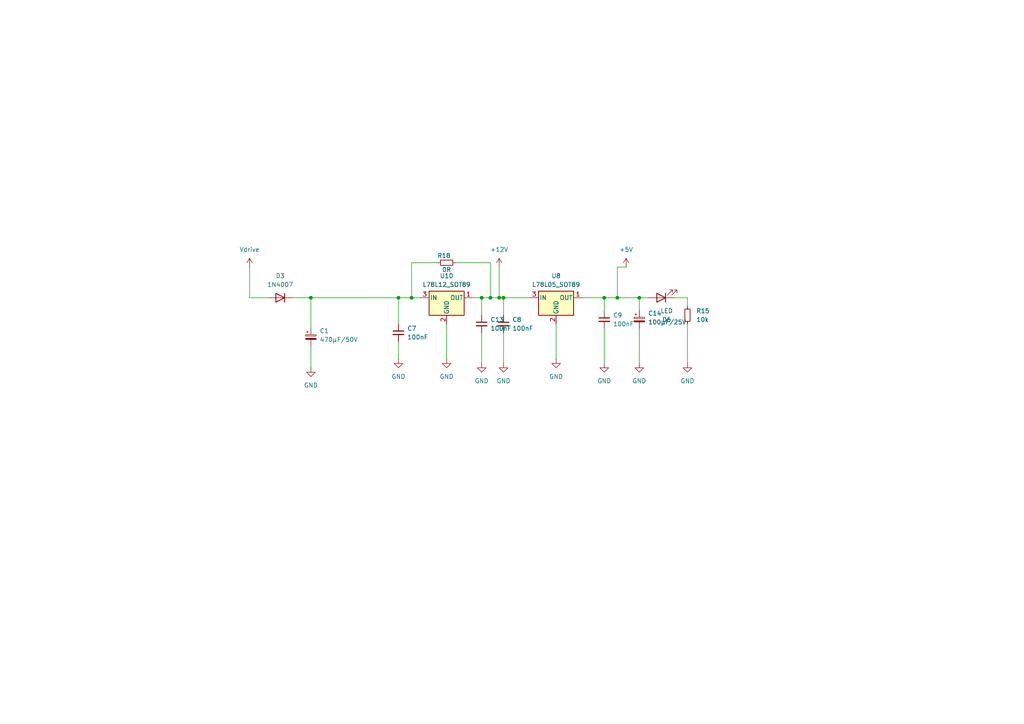
<source format=kicad_sch>
(kicad_sch
	(version 20250114)
	(generator "eeschema")
	(generator_version "9.0")
	(uuid "5e11737a-973f-4fc3-b3fd-fbd110dc82ef")
	(paper "A4")
	(lib_symbols
		(symbol "Device:C_Polarized_Small"
			(pin_numbers
				(hide yes)
			)
			(pin_names
				(offset 0.254)
				(hide yes)
			)
			(exclude_from_sim no)
			(in_bom yes)
			(on_board yes)
			(property "Reference" "C"
				(at 0.254 1.778 0)
				(effects
					(font
						(size 1.27 1.27)
					)
					(justify left)
				)
			)
			(property "Value" "C_Polarized_Small"
				(at 0.254 -2.032 0)
				(effects
					(font
						(size 1.27 1.27)
					)
					(justify left)
				)
			)
			(property "Footprint" ""
				(at 0 0 0)
				(effects
					(font
						(size 1.27 1.27)
					)
					(hide yes)
				)
			)
			(property "Datasheet" "~"
				(at 0 0 0)
				(effects
					(font
						(size 1.27 1.27)
					)
					(hide yes)
				)
			)
			(property "Description" "Polarized capacitor, small symbol"
				(at 0 0 0)
				(effects
					(font
						(size 1.27 1.27)
					)
					(hide yes)
				)
			)
			(property "ki_keywords" "cap capacitor"
				(at 0 0 0)
				(effects
					(font
						(size 1.27 1.27)
					)
					(hide yes)
				)
			)
			(property "ki_fp_filters" "CP_*"
				(at 0 0 0)
				(effects
					(font
						(size 1.27 1.27)
					)
					(hide yes)
				)
			)
			(symbol "C_Polarized_Small_0_1"
				(rectangle
					(start -1.524 0.6858)
					(end 1.524 0.3048)
					(stroke
						(width 0)
						(type default)
					)
					(fill
						(type none)
					)
				)
				(rectangle
					(start -1.524 -0.3048)
					(end 1.524 -0.6858)
					(stroke
						(width 0)
						(type default)
					)
					(fill
						(type outline)
					)
				)
				(polyline
					(pts
						(xy -1.27 1.524) (xy -0.762 1.524)
					)
					(stroke
						(width 0)
						(type default)
					)
					(fill
						(type none)
					)
				)
				(polyline
					(pts
						(xy -1.016 1.27) (xy -1.016 1.778)
					)
					(stroke
						(width 0)
						(type default)
					)
					(fill
						(type none)
					)
				)
			)
			(symbol "C_Polarized_Small_1_1"
				(pin passive line
					(at 0 2.54 270)
					(length 1.8542)
					(name "~"
						(effects
							(font
								(size 1.27 1.27)
							)
						)
					)
					(number "1"
						(effects
							(font
								(size 1.27 1.27)
							)
						)
					)
				)
				(pin passive line
					(at 0 -2.54 90)
					(length 1.8542)
					(name "~"
						(effects
							(font
								(size 1.27 1.27)
							)
						)
					)
					(number "2"
						(effects
							(font
								(size 1.27 1.27)
							)
						)
					)
				)
			)
			(embedded_fonts no)
		)
		(symbol "Device:C_Small"
			(pin_numbers
				(hide yes)
			)
			(pin_names
				(offset 0.254)
				(hide yes)
			)
			(exclude_from_sim no)
			(in_bom yes)
			(on_board yes)
			(property "Reference" "C"
				(at 0.254 1.778 0)
				(effects
					(font
						(size 1.27 1.27)
					)
					(justify left)
				)
			)
			(property "Value" "C_Small"
				(at 0.254 -2.032 0)
				(effects
					(font
						(size 1.27 1.27)
					)
					(justify left)
				)
			)
			(property "Footprint" ""
				(at 0 0 0)
				(effects
					(font
						(size 1.27 1.27)
					)
					(hide yes)
				)
			)
			(property "Datasheet" "~"
				(at 0 0 0)
				(effects
					(font
						(size 1.27 1.27)
					)
					(hide yes)
				)
			)
			(property "Description" "Unpolarized capacitor, small symbol"
				(at 0 0 0)
				(effects
					(font
						(size 1.27 1.27)
					)
					(hide yes)
				)
			)
			(property "ki_keywords" "capacitor cap"
				(at 0 0 0)
				(effects
					(font
						(size 1.27 1.27)
					)
					(hide yes)
				)
			)
			(property "ki_fp_filters" "C_*"
				(at 0 0 0)
				(effects
					(font
						(size 1.27 1.27)
					)
					(hide yes)
				)
			)
			(symbol "C_Small_0_1"
				(polyline
					(pts
						(xy -1.524 0.508) (xy 1.524 0.508)
					)
					(stroke
						(width 0.3048)
						(type default)
					)
					(fill
						(type none)
					)
				)
				(polyline
					(pts
						(xy -1.524 -0.508) (xy 1.524 -0.508)
					)
					(stroke
						(width 0.3302)
						(type default)
					)
					(fill
						(type none)
					)
				)
			)
			(symbol "C_Small_1_1"
				(pin passive line
					(at 0 2.54 270)
					(length 2.032)
					(name "~"
						(effects
							(font
								(size 1.27 1.27)
							)
						)
					)
					(number "1"
						(effects
							(font
								(size 1.27 1.27)
							)
						)
					)
				)
				(pin passive line
					(at 0 -2.54 90)
					(length 2.032)
					(name "~"
						(effects
							(font
								(size 1.27 1.27)
							)
						)
					)
					(number "2"
						(effects
							(font
								(size 1.27 1.27)
							)
						)
					)
				)
			)
			(embedded_fonts no)
		)
		(symbol "Device:LED"
			(pin_numbers
				(hide yes)
			)
			(pin_names
				(offset 1.016)
				(hide yes)
			)
			(exclude_from_sim no)
			(in_bom yes)
			(on_board yes)
			(property "Reference" "D"
				(at 0 2.54 0)
				(effects
					(font
						(size 1.27 1.27)
					)
				)
			)
			(property "Value" "LED"
				(at 0 -2.54 0)
				(effects
					(font
						(size 1.27 1.27)
					)
				)
			)
			(property "Footprint" ""
				(at 0 0 0)
				(effects
					(font
						(size 1.27 1.27)
					)
					(hide yes)
				)
			)
			(property "Datasheet" "~"
				(at 0 0 0)
				(effects
					(font
						(size 1.27 1.27)
					)
					(hide yes)
				)
			)
			(property "Description" "Light emitting diode"
				(at 0 0 0)
				(effects
					(font
						(size 1.27 1.27)
					)
					(hide yes)
				)
			)
			(property "Sim.Pins" "1=K 2=A"
				(at 0 0 0)
				(effects
					(font
						(size 1.27 1.27)
					)
					(hide yes)
				)
			)
			(property "ki_keywords" "LED diode"
				(at 0 0 0)
				(effects
					(font
						(size 1.27 1.27)
					)
					(hide yes)
				)
			)
			(property "ki_fp_filters" "LED* LED_SMD:* LED_THT:*"
				(at 0 0 0)
				(effects
					(font
						(size 1.27 1.27)
					)
					(hide yes)
				)
			)
			(symbol "LED_0_1"
				(polyline
					(pts
						(xy -3.048 -0.762) (xy -4.572 -2.286) (xy -3.81 -2.286) (xy -4.572 -2.286) (xy -4.572 -1.524)
					)
					(stroke
						(width 0)
						(type default)
					)
					(fill
						(type none)
					)
				)
				(polyline
					(pts
						(xy -1.778 -0.762) (xy -3.302 -2.286) (xy -2.54 -2.286) (xy -3.302 -2.286) (xy -3.302 -1.524)
					)
					(stroke
						(width 0)
						(type default)
					)
					(fill
						(type none)
					)
				)
				(polyline
					(pts
						(xy -1.27 0) (xy 1.27 0)
					)
					(stroke
						(width 0)
						(type default)
					)
					(fill
						(type none)
					)
				)
				(polyline
					(pts
						(xy -1.27 -1.27) (xy -1.27 1.27)
					)
					(stroke
						(width 0.254)
						(type default)
					)
					(fill
						(type none)
					)
				)
				(polyline
					(pts
						(xy 1.27 -1.27) (xy 1.27 1.27) (xy -1.27 0) (xy 1.27 -1.27)
					)
					(stroke
						(width 0.254)
						(type default)
					)
					(fill
						(type none)
					)
				)
			)
			(symbol "LED_1_1"
				(pin passive line
					(at -3.81 0 0)
					(length 2.54)
					(name "K"
						(effects
							(font
								(size 1.27 1.27)
							)
						)
					)
					(number "1"
						(effects
							(font
								(size 1.27 1.27)
							)
						)
					)
				)
				(pin passive line
					(at 3.81 0 180)
					(length 2.54)
					(name "A"
						(effects
							(font
								(size 1.27 1.27)
							)
						)
					)
					(number "2"
						(effects
							(font
								(size 1.27 1.27)
							)
						)
					)
				)
			)
			(embedded_fonts no)
		)
		(symbol "Device:R_Small"
			(pin_numbers
				(hide yes)
			)
			(pin_names
				(offset 0.254)
				(hide yes)
			)
			(exclude_from_sim no)
			(in_bom yes)
			(on_board yes)
			(property "Reference" "R"
				(at 0.762 0.508 0)
				(effects
					(font
						(size 1.27 1.27)
					)
					(justify left)
				)
			)
			(property "Value" "R_Small"
				(at 0.762 -1.016 0)
				(effects
					(font
						(size 1.27 1.27)
					)
					(justify left)
				)
			)
			(property "Footprint" ""
				(at 0 0 0)
				(effects
					(font
						(size 1.27 1.27)
					)
					(hide yes)
				)
			)
			(property "Datasheet" "~"
				(at 0 0 0)
				(effects
					(font
						(size 1.27 1.27)
					)
					(hide yes)
				)
			)
			(property "Description" "Resistor, small symbol"
				(at 0 0 0)
				(effects
					(font
						(size 1.27 1.27)
					)
					(hide yes)
				)
			)
			(property "ki_keywords" "R resistor"
				(at 0 0 0)
				(effects
					(font
						(size 1.27 1.27)
					)
					(hide yes)
				)
			)
			(property "ki_fp_filters" "R_*"
				(at 0 0 0)
				(effects
					(font
						(size 1.27 1.27)
					)
					(hide yes)
				)
			)
			(symbol "R_Small_0_1"
				(rectangle
					(start -0.762 1.778)
					(end 0.762 -1.778)
					(stroke
						(width 0.2032)
						(type default)
					)
					(fill
						(type none)
					)
				)
			)
			(symbol "R_Small_1_1"
				(pin passive line
					(at 0 2.54 270)
					(length 0.762)
					(name "~"
						(effects
							(font
								(size 1.27 1.27)
							)
						)
					)
					(number "1"
						(effects
							(font
								(size 1.27 1.27)
							)
						)
					)
				)
				(pin passive line
					(at 0 -2.54 90)
					(length 0.762)
					(name "~"
						(effects
							(font
								(size 1.27 1.27)
							)
						)
					)
					(number "2"
						(effects
							(font
								(size 1.27 1.27)
							)
						)
					)
				)
			)
			(embedded_fonts no)
		)
		(symbol "Diode:1N4007"
			(pin_numbers
				(hide yes)
			)
			(pin_names
				(hide yes)
			)
			(exclude_from_sim no)
			(in_bom yes)
			(on_board yes)
			(property "Reference" "D"
				(at 0 2.54 0)
				(effects
					(font
						(size 1.27 1.27)
					)
				)
			)
			(property "Value" "1N4007"
				(at 0 -2.54 0)
				(effects
					(font
						(size 1.27 1.27)
					)
				)
			)
			(property "Footprint" "Diode_THT:D_DO-41_SOD81_P10.16mm_Horizontal"
				(at 0 -4.445 0)
				(effects
					(font
						(size 1.27 1.27)
					)
					(hide yes)
				)
			)
			(property "Datasheet" "http://www.vishay.com/docs/88503/1n4001.pdf"
				(at 0 0 0)
				(effects
					(font
						(size 1.27 1.27)
					)
					(hide yes)
				)
			)
			(property "Description" "1000V 1A General Purpose Rectifier Diode, DO-41"
				(at 0 0 0)
				(effects
					(font
						(size 1.27 1.27)
					)
					(hide yes)
				)
			)
			(property "Sim.Device" "D"
				(at 0 0 0)
				(effects
					(font
						(size 1.27 1.27)
					)
					(hide yes)
				)
			)
			(property "Sim.Pins" "1=K 2=A"
				(at 0 0 0)
				(effects
					(font
						(size 1.27 1.27)
					)
					(hide yes)
				)
			)
			(property "ki_keywords" "diode"
				(at 0 0 0)
				(effects
					(font
						(size 1.27 1.27)
					)
					(hide yes)
				)
			)
			(property "ki_fp_filters" "D*DO?41*"
				(at 0 0 0)
				(effects
					(font
						(size 1.27 1.27)
					)
					(hide yes)
				)
			)
			(symbol "1N4007_0_1"
				(polyline
					(pts
						(xy -1.27 1.27) (xy -1.27 -1.27)
					)
					(stroke
						(width 0.254)
						(type default)
					)
					(fill
						(type none)
					)
				)
				(polyline
					(pts
						(xy 1.27 1.27) (xy 1.27 -1.27) (xy -1.27 0) (xy 1.27 1.27)
					)
					(stroke
						(width 0.254)
						(type default)
					)
					(fill
						(type none)
					)
				)
				(polyline
					(pts
						(xy 1.27 0) (xy -1.27 0)
					)
					(stroke
						(width 0)
						(type default)
					)
					(fill
						(type none)
					)
				)
			)
			(symbol "1N4007_1_1"
				(pin passive line
					(at -3.81 0 0)
					(length 2.54)
					(name "K"
						(effects
							(font
								(size 1.27 1.27)
							)
						)
					)
					(number "1"
						(effects
							(font
								(size 1.27 1.27)
							)
						)
					)
				)
				(pin passive line
					(at 3.81 0 180)
					(length 2.54)
					(name "A"
						(effects
							(font
								(size 1.27 1.27)
							)
						)
					)
					(number "2"
						(effects
							(font
								(size 1.27 1.27)
							)
						)
					)
				)
			)
			(embedded_fonts no)
		)
		(symbol "Regulator_Linear:L78L05_SOT89"
			(pin_names
				(offset 0.254)
			)
			(exclude_from_sim no)
			(in_bom yes)
			(on_board yes)
			(property "Reference" "U"
				(at -3.81 3.175 0)
				(effects
					(font
						(size 1.27 1.27)
					)
				)
			)
			(property "Value" "L78L05_SOT89"
				(at -0.635 3.175 0)
				(effects
					(font
						(size 1.27 1.27)
					)
					(justify left)
				)
			)
			(property "Footprint" "Package_TO_SOT_SMD:SOT-89-3"
				(at 0 5.08 0)
				(effects
					(font
						(size 1.27 1.27)
						(italic yes)
					)
					(hide yes)
				)
			)
			(property "Datasheet" "http://www.st.com/content/ccc/resource/technical/document/datasheet/15/55/e5/aa/23/5b/43/fd/CD00000446.pdf/files/CD00000446.pdf/jcr:content/translations/en.CD00000446.pdf"
				(at 0 -1.27 0)
				(effects
					(font
						(size 1.27 1.27)
					)
					(hide yes)
				)
			)
			(property "Description" "Positive 100mA 30V Linear Regulator, Fixed Output 5V, SOT-89"
				(at 0 0 0)
				(effects
					(font
						(size 1.27 1.27)
					)
					(hide yes)
				)
			)
			(property "ki_keywords" "Voltage Regulator 100mA Positive"
				(at 0 0 0)
				(effects
					(font
						(size 1.27 1.27)
					)
					(hide yes)
				)
			)
			(property "ki_fp_filters" "SOT?89*"
				(at 0 0 0)
				(effects
					(font
						(size 1.27 1.27)
					)
					(hide yes)
				)
			)
			(symbol "L78L05_SOT89_0_1"
				(rectangle
					(start -5.08 1.905)
					(end 5.08 -5.08)
					(stroke
						(width 0.254)
						(type default)
					)
					(fill
						(type background)
					)
				)
			)
			(symbol "L78L05_SOT89_1_1"
				(pin power_in line
					(at -7.62 0 0)
					(length 2.54)
					(name "IN"
						(effects
							(font
								(size 1.27 1.27)
							)
						)
					)
					(number "3"
						(effects
							(font
								(size 1.27 1.27)
							)
						)
					)
				)
				(pin power_in line
					(at 0 -7.62 90)
					(length 2.54)
					(name "GND"
						(effects
							(font
								(size 1.27 1.27)
							)
						)
					)
					(number "2"
						(effects
							(font
								(size 1.27 1.27)
							)
						)
					)
				)
				(pin power_out line
					(at 7.62 0 180)
					(length 2.54)
					(name "OUT"
						(effects
							(font
								(size 1.27 1.27)
							)
						)
					)
					(number "1"
						(effects
							(font
								(size 1.27 1.27)
							)
						)
					)
				)
			)
			(embedded_fonts no)
		)
		(symbol "Regulator_Linear:L78L12_SOT89"
			(pin_names
				(offset 0.254)
			)
			(exclude_from_sim no)
			(in_bom yes)
			(on_board yes)
			(property "Reference" "U"
				(at -3.81 3.175 0)
				(effects
					(font
						(size 1.27 1.27)
					)
				)
			)
			(property "Value" "L78L12_SOT89"
				(at -0.635 3.175 0)
				(effects
					(font
						(size 1.27 1.27)
					)
					(justify left)
				)
			)
			(property "Footprint" "Package_TO_SOT_SMD:SOT-89-3"
				(at 0 5.08 0)
				(effects
					(font
						(size 1.27 1.27)
						(italic yes)
					)
					(hide yes)
				)
			)
			(property "Datasheet" "http://www.st.com/content/ccc/resource/technical/document/datasheet/15/55/e5/aa/23/5b/43/fd/CD00000446.pdf/files/CD00000446.pdf/jcr:content/translations/en.CD00000446.pdf"
				(at 0 -1.27 0)
				(effects
					(font
						(size 1.27 1.27)
					)
					(hide yes)
				)
			)
			(property "Description" "Positive 100mA 30V Linear Regulator, Fixed Output 12V, SOT-89"
				(at 0 0 0)
				(effects
					(font
						(size 1.27 1.27)
					)
					(hide yes)
				)
			)
			(property "ki_keywords" "Voltage Regulator 100mA Positive"
				(at 0 0 0)
				(effects
					(font
						(size 1.27 1.27)
					)
					(hide yes)
				)
			)
			(property "ki_fp_filters" "SOT?89*"
				(at 0 0 0)
				(effects
					(font
						(size 1.27 1.27)
					)
					(hide yes)
				)
			)
			(symbol "L78L12_SOT89_0_1"
				(rectangle
					(start -5.08 1.905)
					(end 5.08 -5.08)
					(stroke
						(width 0.254)
						(type default)
					)
					(fill
						(type background)
					)
				)
			)
			(symbol "L78L12_SOT89_1_1"
				(pin power_in line
					(at -7.62 0 0)
					(length 2.54)
					(name "IN"
						(effects
							(font
								(size 1.27 1.27)
							)
						)
					)
					(number "3"
						(effects
							(font
								(size 1.27 1.27)
							)
						)
					)
				)
				(pin power_in line
					(at 0 -7.62 90)
					(length 2.54)
					(name "GND"
						(effects
							(font
								(size 1.27 1.27)
							)
						)
					)
					(number "2"
						(effects
							(font
								(size 1.27 1.27)
							)
						)
					)
				)
				(pin power_out line
					(at 7.62 0 180)
					(length 2.54)
					(name "OUT"
						(effects
							(font
								(size 1.27 1.27)
							)
						)
					)
					(number "1"
						(effects
							(font
								(size 1.27 1.27)
							)
						)
					)
				)
			)
			(embedded_fonts no)
		)
		(symbol "power:+12V"
			(power)
			(pin_numbers
				(hide yes)
			)
			(pin_names
				(offset 0)
				(hide yes)
			)
			(exclude_from_sim no)
			(in_bom yes)
			(on_board yes)
			(property "Reference" "#PWR"
				(at 0 -3.81 0)
				(effects
					(font
						(size 1.27 1.27)
					)
					(hide yes)
				)
			)
			(property "Value" "+12V"
				(at 0 3.556 0)
				(effects
					(font
						(size 1.27 1.27)
					)
				)
			)
			(property "Footprint" ""
				(at 0 0 0)
				(effects
					(font
						(size 1.27 1.27)
					)
					(hide yes)
				)
			)
			(property "Datasheet" ""
				(at 0 0 0)
				(effects
					(font
						(size 1.27 1.27)
					)
					(hide yes)
				)
			)
			(property "Description" "Power symbol creates a global label with name \"+12V\""
				(at 0 0 0)
				(effects
					(font
						(size 1.27 1.27)
					)
					(hide yes)
				)
			)
			(property "ki_keywords" "global power"
				(at 0 0 0)
				(effects
					(font
						(size 1.27 1.27)
					)
					(hide yes)
				)
			)
			(symbol "+12V_0_1"
				(polyline
					(pts
						(xy -0.762 1.27) (xy 0 2.54)
					)
					(stroke
						(width 0)
						(type default)
					)
					(fill
						(type none)
					)
				)
				(polyline
					(pts
						(xy 0 2.54) (xy 0.762 1.27)
					)
					(stroke
						(width 0)
						(type default)
					)
					(fill
						(type none)
					)
				)
				(polyline
					(pts
						(xy 0 0) (xy 0 2.54)
					)
					(stroke
						(width 0)
						(type default)
					)
					(fill
						(type none)
					)
				)
			)
			(symbol "+12V_1_1"
				(pin power_in line
					(at 0 0 90)
					(length 0)
					(name "~"
						(effects
							(font
								(size 1.27 1.27)
							)
						)
					)
					(number "1"
						(effects
							(font
								(size 1.27 1.27)
							)
						)
					)
				)
			)
			(embedded_fonts no)
		)
		(symbol "power:+5V"
			(power)
			(pin_numbers
				(hide yes)
			)
			(pin_names
				(offset 0)
				(hide yes)
			)
			(exclude_from_sim no)
			(in_bom yes)
			(on_board yes)
			(property "Reference" "#PWR"
				(at 0 -3.81 0)
				(effects
					(font
						(size 1.27 1.27)
					)
					(hide yes)
				)
			)
			(property "Value" "+5V"
				(at 0 3.556 0)
				(effects
					(font
						(size 1.27 1.27)
					)
				)
			)
			(property "Footprint" ""
				(at 0 0 0)
				(effects
					(font
						(size 1.27 1.27)
					)
					(hide yes)
				)
			)
			(property "Datasheet" ""
				(at 0 0 0)
				(effects
					(font
						(size 1.27 1.27)
					)
					(hide yes)
				)
			)
			(property "Description" "Power symbol creates a global label with name \"+5V\""
				(at 0 0 0)
				(effects
					(font
						(size 1.27 1.27)
					)
					(hide yes)
				)
			)
			(property "ki_keywords" "global power"
				(at 0 0 0)
				(effects
					(font
						(size 1.27 1.27)
					)
					(hide yes)
				)
			)
			(symbol "+5V_0_1"
				(polyline
					(pts
						(xy -0.762 1.27) (xy 0 2.54)
					)
					(stroke
						(width 0)
						(type default)
					)
					(fill
						(type none)
					)
				)
				(polyline
					(pts
						(xy 0 2.54) (xy 0.762 1.27)
					)
					(stroke
						(width 0)
						(type default)
					)
					(fill
						(type none)
					)
				)
				(polyline
					(pts
						(xy 0 0) (xy 0 2.54)
					)
					(stroke
						(width 0)
						(type default)
					)
					(fill
						(type none)
					)
				)
			)
			(symbol "+5V_1_1"
				(pin power_in line
					(at 0 0 90)
					(length 0)
					(name "~"
						(effects
							(font
								(size 1.27 1.27)
							)
						)
					)
					(number "1"
						(effects
							(font
								(size 1.27 1.27)
							)
						)
					)
				)
			)
			(embedded_fonts no)
		)
		(symbol "power:GND"
			(power)
			(pin_numbers
				(hide yes)
			)
			(pin_names
				(offset 0)
				(hide yes)
			)
			(exclude_from_sim no)
			(in_bom yes)
			(on_board yes)
			(property "Reference" "#PWR"
				(at 0 -6.35 0)
				(effects
					(font
						(size 1.27 1.27)
					)
					(hide yes)
				)
			)
			(property "Value" "GND"
				(at 0 -3.81 0)
				(effects
					(font
						(size 1.27 1.27)
					)
				)
			)
			(property "Footprint" ""
				(at 0 0 0)
				(effects
					(font
						(size 1.27 1.27)
					)
					(hide yes)
				)
			)
			(property "Datasheet" ""
				(at 0 0 0)
				(effects
					(font
						(size 1.27 1.27)
					)
					(hide yes)
				)
			)
			(property "Description" "Power symbol creates a global label with name \"GND\" , ground"
				(at 0 0 0)
				(effects
					(font
						(size 1.27 1.27)
					)
					(hide yes)
				)
			)
			(property "ki_keywords" "global power"
				(at 0 0 0)
				(effects
					(font
						(size 1.27 1.27)
					)
					(hide yes)
				)
			)
			(symbol "GND_0_1"
				(polyline
					(pts
						(xy 0 0) (xy 0 -1.27) (xy 1.27 -1.27) (xy 0 -2.54) (xy -1.27 -1.27) (xy 0 -1.27)
					)
					(stroke
						(width 0)
						(type default)
					)
					(fill
						(type none)
					)
				)
			)
			(symbol "GND_1_1"
				(pin power_in line
					(at 0 0 270)
					(length 0)
					(name "~"
						(effects
							(font
								(size 1.27 1.27)
							)
						)
					)
					(number "1"
						(effects
							(font
								(size 1.27 1.27)
							)
						)
					)
				)
			)
			(embedded_fonts no)
		)
		(symbol "power:Vdrive"
			(power)
			(pin_numbers
				(hide yes)
			)
			(pin_names
				(offset 0)
				(hide yes)
			)
			(exclude_from_sim no)
			(in_bom yes)
			(on_board yes)
			(property "Reference" "#PWR"
				(at 0 -3.81 0)
				(effects
					(font
						(size 1.27 1.27)
					)
					(hide yes)
				)
			)
			(property "Value" "Vdrive"
				(at 0 3.556 0)
				(effects
					(font
						(size 1.27 1.27)
					)
				)
			)
			(property "Footprint" ""
				(at 0 0 0)
				(effects
					(font
						(size 1.27 1.27)
					)
					(hide yes)
				)
			)
			(property "Datasheet" ""
				(at 0 0 0)
				(effects
					(font
						(size 1.27 1.27)
					)
					(hide yes)
				)
			)
			(property "Description" "Power symbol creates a global label with name \"Vdrive\""
				(at 0 0 0)
				(effects
					(font
						(size 1.27 1.27)
					)
					(hide yes)
				)
			)
			(property "ki_keywords" "global power"
				(at 0 0 0)
				(effects
					(font
						(size 1.27 1.27)
					)
					(hide yes)
				)
			)
			(symbol "Vdrive_0_1"
				(polyline
					(pts
						(xy -0.762 1.27) (xy 0 2.54)
					)
					(stroke
						(width 0)
						(type default)
					)
					(fill
						(type none)
					)
				)
				(polyline
					(pts
						(xy 0 2.54) (xy 0.762 1.27)
					)
					(stroke
						(width 0)
						(type default)
					)
					(fill
						(type none)
					)
				)
				(polyline
					(pts
						(xy 0 0) (xy 0 2.54)
					)
					(stroke
						(width 0)
						(type default)
					)
					(fill
						(type none)
					)
				)
			)
			(symbol "Vdrive_1_1"
				(pin power_in line
					(at 0 0 90)
					(length 0)
					(name "~"
						(effects
							(font
								(size 1.27 1.27)
							)
						)
					)
					(number "1"
						(effects
							(font
								(size 1.27 1.27)
							)
						)
					)
				)
			)
			(embedded_fonts no)
		)
	)
	(junction
		(at 146.05 86.36)
		(diameter 0)
		(color 0 0 0 0)
		(uuid "07564584-36e6-41e4-b3ed-cd6c895fed21")
	)
	(junction
		(at 144.78 86.36)
		(diameter 0)
		(color 0 0 0 0)
		(uuid "07dbacde-f218-430e-a834-0d1aeacfd4c4")
	)
	(junction
		(at 115.57 86.36)
		(diameter 0)
		(color 0 0 0 0)
		(uuid "26c3fc35-a0b0-40c3-a1ef-3cb4dab4f043")
	)
	(junction
		(at 139.7 86.36)
		(diameter 0)
		(color 0 0 0 0)
		(uuid "2ab6b921-54e2-45dc-a0a2-258c40e2ec98")
	)
	(junction
		(at 119.38 86.36)
		(diameter 0)
		(color 0 0 0 0)
		(uuid "56f4d8ed-7d1e-4361-aa8f-16b25a414d95")
	)
	(junction
		(at 142.24 86.36)
		(diameter 0)
		(color 0 0 0 0)
		(uuid "5c49f36d-3a2f-4d97-b76b-59a2eb82b381")
	)
	(junction
		(at 175.26 86.36)
		(diameter 0)
		(color 0 0 0 0)
		(uuid "7ea1d2ed-9685-4773-93cd-5a07dc6fea5d")
	)
	(junction
		(at 185.42 86.36)
		(diameter 0)
		(color 0 0 0 0)
		(uuid "bf0e31a2-c774-4935-b509-60ab18573af1")
	)
	(junction
		(at 179.07 86.36)
		(diameter 0)
		(color 0 0 0 0)
		(uuid "e5e7a3d6-87ea-4aa8-8b82-315ad87e0ac7")
	)
	(junction
		(at 90.17 86.36)
		(diameter 0)
		(color 0 0 0 0)
		(uuid "f3db9c9f-ea69-43d4-9bfb-b964491d65c5")
	)
	(wire
		(pts
			(xy 137.16 86.36) (xy 139.7 86.36)
		)
		(stroke
			(width 0)
			(type default)
		)
		(uuid "06a8b6b3-e8f5-430f-8b78-e5707c26f2a1")
	)
	(wire
		(pts
			(xy 142.24 86.36) (xy 144.78 86.36)
		)
		(stroke
			(width 0)
			(type default)
		)
		(uuid "0e404ac4-2da2-4fbe-a196-b50f1c7b8c5d")
	)
	(wire
		(pts
			(xy 146.05 96.52) (xy 146.05 105.41)
		)
		(stroke
			(width 0)
			(type default)
		)
		(uuid "0f81f4d0-8a3f-4e8c-b1d3-6324a8c11785")
	)
	(wire
		(pts
			(xy 142.24 76.2) (xy 142.24 86.36)
		)
		(stroke
			(width 0)
			(type default)
		)
		(uuid "15478b06-72bd-4e6a-b282-f73b8de448ec")
	)
	(wire
		(pts
			(xy 132.08 76.2) (xy 142.24 76.2)
		)
		(stroke
			(width 0)
			(type default)
		)
		(uuid "1acf0b41-0110-4470-97e3-28057237a45d")
	)
	(wire
		(pts
			(xy 127 76.2) (xy 119.38 76.2)
		)
		(stroke
			(width 0)
			(type default)
		)
		(uuid "1be664fd-de7a-45b7-beb8-21a54a6cd98e")
	)
	(wire
		(pts
			(xy 90.17 86.36) (xy 115.57 86.36)
		)
		(stroke
			(width 0)
			(type default)
		)
		(uuid "2a3f7f6b-b7f1-4acb-944f-12805471fc74")
	)
	(wire
		(pts
			(xy 187.96 86.36) (xy 185.42 86.36)
		)
		(stroke
			(width 0)
			(type default)
		)
		(uuid "2ea5fd89-7a8c-4f0c-8a82-fec3f045a985")
	)
	(wire
		(pts
			(xy 175.26 86.36) (xy 179.07 86.36)
		)
		(stroke
			(width 0)
			(type default)
		)
		(uuid "33cbb183-9650-4d69-8fb9-e3af7141952d")
	)
	(wire
		(pts
			(xy 185.42 86.36) (xy 179.07 86.36)
		)
		(stroke
			(width 0)
			(type default)
		)
		(uuid "373351c6-d7ac-4109-8f1b-6ccffd431e26")
	)
	(wire
		(pts
			(xy 199.39 105.41) (xy 199.39 93.98)
		)
		(stroke
			(width 0)
			(type default)
		)
		(uuid "3818fb2f-6905-44be-b136-d0850dda9a77")
	)
	(wire
		(pts
			(xy 139.7 86.36) (xy 142.24 86.36)
		)
		(stroke
			(width 0)
			(type default)
		)
		(uuid "46d35dea-b7ad-4907-93f0-e9781edfbaba")
	)
	(wire
		(pts
			(xy 199.39 88.9) (xy 199.39 86.36)
		)
		(stroke
			(width 0)
			(type default)
		)
		(uuid "4eb7c504-1feb-4af0-8201-4a08e7dca7d3")
	)
	(wire
		(pts
			(xy 144.78 86.36) (xy 146.05 86.36)
		)
		(stroke
			(width 0)
			(type default)
		)
		(uuid "506cad36-c7e4-452d-b3c9-b07b5a7ddc2b")
	)
	(wire
		(pts
			(xy 185.42 95.25) (xy 185.42 105.41)
		)
		(stroke
			(width 0)
			(type default)
		)
		(uuid "5b36ea61-16ef-43c6-aff8-499978a8d092")
	)
	(wire
		(pts
			(xy 115.57 86.36) (xy 115.57 93.98)
		)
		(stroke
			(width 0)
			(type default)
		)
		(uuid "6a585083-3842-4e47-b2de-428083f3d0d1")
	)
	(wire
		(pts
			(xy 90.17 100.33) (xy 90.17 106.68)
		)
		(stroke
			(width 0)
			(type default)
		)
		(uuid "6bc06d6d-afc6-440c-a902-d936f18702f1")
	)
	(wire
		(pts
			(xy 161.29 93.98) (xy 161.29 104.14)
		)
		(stroke
			(width 0)
			(type default)
		)
		(uuid "7557afcf-ef3f-412e-9ae2-d845dc2a8e77")
	)
	(wire
		(pts
			(xy 175.26 95.25) (xy 175.26 105.41)
		)
		(stroke
			(width 0)
			(type default)
		)
		(uuid "7988a7e9-099f-4b07-9246-e284f8490e6a")
	)
	(wire
		(pts
			(xy 90.17 86.36) (xy 90.17 95.25)
		)
		(stroke
			(width 0)
			(type default)
		)
		(uuid "7ad47ad7-3466-4c88-9529-8a8a3e2dd4a5")
	)
	(wire
		(pts
			(xy 179.07 77.47) (xy 181.61 77.47)
		)
		(stroke
			(width 0)
			(type default)
		)
		(uuid "872fef7c-2955-4b63-84a7-f0d11622d036")
	)
	(wire
		(pts
			(xy 139.7 86.36) (xy 139.7 91.44)
		)
		(stroke
			(width 0)
			(type default)
		)
		(uuid "91e6485f-8955-401b-8128-ade2937d9fd8")
	)
	(wire
		(pts
			(xy 77.47 86.36) (xy 72.39 86.36)
		)
		(stroke
			(width 0)
			(type default)
		)
		(uuid "a0e17808-c29f-4a31-9d3b-4ad30b070f3d")
	)
	(wire
		(pts
			(xy 185.42 86.36) (xy 185.42 90.17)
		)
		(stroke
			(width 0)
			(type default)
		)
		(uuid "a3967e24-6264-469f-89ff-be7758c34896")
	)
	(wire
		(pts
			(xy 129.54 93.98) (xy 129.54 104.14)
		)
		(stroke
			(width 0)
			(type default)
		)
		(uuid "a71fd13d-6bd4-4ac5-97d4-9a6c16dcd808")
	)
	(wire
		(pts
			(xy 139.7 96.52) (xy 139.7 105.41)
		)
		(stroke
			(width 0)
			(type default)
		)
		(uuid "a80b7678-3d6c-4dc7-8649-fdcf1a27fa81")
	)
	(wire
		(pts
			(xy 119.38 86.36) (xy 121.92 86.36)
		)
		(stroke
			(width 0)
			(type default)
		)
		(uuid "ac76a6e2-bbc2-4330-a8c5-50312f797425")
	)
	(wire
		(pts
			(xy 85.09 86.36) (xy 90.17 86.36)
		)
		(stroke
			(width 0)
			(type default)
		)
		(uuid "b4dcf186-8454-4515-ad4f-c247db1a50b9")
	)
	(wire
		(pts
			(xy 146.05 86.36) (xy 146.05 91.44)
		)
		(stroke
			(width 0)
			(type default)
		)
		(uuid "be568430-aed5-44df-af59-5914f1361931")
	)
	(wire
		(pts
			(xy 146.05 86.36) (xy 153.67 86.36)
		)
		(stroke
			(width 0)
			(type default)
		)
		(uuid "cee5a64b-d8c6-4745-b177-4ffb0fdeb120")
	)
	(wire
		(pts
			(xy 72.39 86.36) (xy 72.39 77.47)
		)
		(stroke
			(width 0)
			(type default)
		)
		(uuid "d3e7811c-07de-43a5-85f9-9ae8ccd6d546")
	)
	(wire
		(pts
			(xy 199.39 86.36) (xy 195.58 86.36)
		)
		(stroke
			(width 0)
			(type default)
		)
		(uuid "d6dbf1ce-1234-4a76-8534-83f85fc532d2")
	)
	(wire
		(pts
			(xy 175.26 86.36) (xy 175.26 90.17)
		)
		(stroke
			(width 0)
			(type default)
		)
		(uuid "d9aa7ffa-34ea-4ca8-8f24-7c3c4368a74b")
	)
	(wire
		(pts
			(xy 168.91 86.36) (xy 175.26 86.36)
		)
		(stroke
			(width 0)
			(type default)
		)
		(uuid "e028ea86-9410-4f1b-b552-a1a536369061")
	)
	(wire
		(pts
			(xy 119.38 76.2) (xy 119.38 86.36)
		)
		(stroke
			(width 0)
			(type default)
		)
		(uuid "e4cc8dc7-144d-41aa-8e46-d64642f9bbc8")
	)
	(wire
		(pts
			(xy 115.57 99.06) (xy 115.57 104.14)
		)
		(stroke
			(width 0)
			(type default)
		)
		(uuid "e77e341b-ffae-47ed-afd2-ba5b04bf1d92")
	)
	(wire
		(pts
			(xy 179.07 86.36) (xy 179.07 77.47)
		)
		(stroke
			(width 0)
			(type default)
		)
		(uuid "f734efa0-0831-4774-ba98-7f9481b1a6bb")
	)
	(wire
		(pts
			(xy 144.78 77.47) (xy 144.78 86.36)
		)
		(stroke
			(width 0)
			(type default)
		)
		(uuid "fadc5d38-0e69-4e8a-a110-a035dfd1ec16")
	)
	(wire
		(pts
			(xy 115.57 86.36) (xy 119.38 86.36)
		)
		(stroke
			(width 0)
			(type default)
		)
		(uuid "ff00f9b1-0b2b-47e5-80a2-5fbf163bf28e")
	)
	(symbol
		(lib_id "power:GND")
		(at 115.57 104.14 0)
		(unit 1)
		(exclude_from_sim no)
		(in_bom yes)
		(on_board yes)
		(dnp no)
		(fields_autoplaced yes)
		(uuid "021f0db4-355f-49da-a2f4-debcdfe3bc3d")
		(property "Reference" "#PWR031"
			(at 115.57 110.49 0)
			(effects
				(font
					(size 1.27 1.27)
				)
				(hide yes)
			)
		)
		(property "Value" "GND"
			(at 115.57 109.22 0)
			(effects
				(font
					(size 1.27 1.27)
				)
			)
		)
		(property "Footprint" ""
			(at 115.57 104.14 0)
			(effects
				(font
					(size 1.27 1.27)
				)
				(hide yes)
			)
		)
		(property "Datasheet" ""
			(at 115.57 104.14 0)
			(effects
				(font
					(size 1.27 1.27)
				)
				(hide yes)
			)
		)
		(property "Description" "Power symbol creates a global label with name \"GND\" , ground"
			(at 115.57 104.14 0)
			(effects
				(font
					(size 1.27 1.27)
				)
				(hide yes)
			)
		)
		(pin "1"
			(uuid "9753ce1d-ff58-4c16-91ab-882341d842a8")
		)
		(instances
			(project "marble_accelerator"
				(path "/338fb3bb-e550-4c92-aa76-5d93a75fae71/b76a0d8c-a338-4440-bffc-7d4bb77cf8a3"
					(reference "#PWR031")
					(unit 1)
				)
			)
		)
	)
	(symbol
		(lib_id "Device:C_Small")
		(at 175.26 92.71 0)
		(unit 1)
		(exclude_from_sim no)
		(in_bom yes)
		(on_board yes)
		(dnp no)
		(fields_autoplaced yes)
		(uuid "1f6784c0-ac77-41a3-b860-08a4a83b17fa")
		(property "Reference" "C9"
			(at 177.8 91.4462 0)
			(effects
				(font
					(size 1.27 1.27)
				)
				(justify left)
			)
		)
		(property "Value" "100nF"
			(at 177.8 93.9862 0)
			(effects
				(font
					(size 1.27 1.27)
				)
				(justify left)
			)
		)
		(property "Footprint" "Capacitor_SMD:C_0603_1608Metric_Pad1.08x0.95mm_HandSolder"
			(at 175.26 92.71 0)
			(effects
				(font
					(size 1.27 1.27)
				)
				(hide yes)
			)
		)
		(property "Datasheet" "~"
			(at 175.26 92.71 0)
			(effects
				(font
					(size 1.27 1.27)
				)
				(hide yes)
			)
		)
		(property "Description" "Unpolarized capacitor, small symbol"
			(at 175.26 92.71 0)
			(effects
				(font
					(size 1.27 1.27)
				)
				(hide yes)
			)
		)
		(pin "1"
			(uuid "fe81627d-e827-4205-bbd6-e2b66b3831d4")
		)
		(pin "2"
			(uuid "c5989d6e-ca20-4f0a-aa53-9b9b03760641")
		)
		(instances
			(project "marble_accelerator"
				(path "/338fb3bb-e550-4c92-aa76-5d93a75fae71/b76a0d8c-a338-4440-bffc-7d4bb77cf8a3"
					(reference "C9")
					(unit 1)
				)
			)
		)
	)
	(symbol
		(lib_id "Diode:1N4007")
		(at 81.28 86.36 180)
		(unit 1)
		(exclude_from_sim no)
		(in_bom yes)
		(on_board yes)
		(dnp no)
		(fields_autoplaced yes)
		(uuid "2112ea4a-a1b6-4a52-985c-35bc938864f3")
		(property "Reference" "D3"
			(at 81.28 80.01 0)
			(effects
				(font
					(size 1.27 1.27)
				)
			)
		)
		(property "Value" "1N4007"
			(at 81.28 82.55 0)
			(effects
				(font
					(size 1.27 1.27)
				)
			)
		)
		(property "Footprint" "Resistor_SMD:R_MELF_MMB-0207"
			(at 81.28 81.915 0)
			(effects
				(font
					(size 1.27 1.27)
				)
				(hide yes)
			)
		)
		(property "Datasheet" "http://www.vishay.com/docs/88503/1n4001.pdf"
			(at 81.28 86.36 0)
			(effects
				(font
					(size 1.27 1.27)
				)
				(hide yes)
			)
		)
		(property "Description" "1000V 1A General Purpose Rectifier Diode, DO-41"
			(at 81.28 86.36 0)
			(effects
				(font
					(size 1.27 1.27)
				)
				(hide yes)
			)
		)
		(property "Sim.Device" "D"
			(at 81.28 86.36 0)
			(effects
				(font
					(size 1.27 1.27)
				)
				(hide yes)
			)
		)
		(property "Sim.Pins" "1=K 2=A"
			(at 81.28 86.36 0)
			(effects
				(font
					(size 1.27 1.27)
				)
				(hide yes)
			)
		)
		(pin "1"
			(uuid "5d32f731-08a4-4e6b-b2cc-d64b1942399a")
		)
		(pin "2"
			(uuid "d346112d-2c06-4556-89e8-2f3774589f08")
		)
		(instances
			(project ""
				(path "/338fb3bb-e550-4c92-aa76-5d93a75fae71/b76a0d8c-a338-4440-bffc-7d4bb77cf8a3"
					(reference "D3")
					(unit 1)
				)
			)
		)
	)
	(symbol
		(lib_id "Device:C_Small")
		(at 146.05 93.98 0)
		(unit 1)
		(exclude_from_sim no)
		(in_bom yes)
		(on_board yes)
		(dnp no)
		(fields_autoplaced yes)
		(uuid "3a777ff0-d71d-4c70-bb61-1a9fa060953f")
		(property "Reference" "C8"
			(at 148.59 92.7162 0)
			(effects
				(font
					(size 1.27 1.27)
				)
				(justify left)
			)
		)
		(property "Value" "100nF"
			(at 148.59 95.2562 0)
			(effects
				(font
					(size 1.27 1.27)
				)
				(justify left)
			)
		)
		(property "Footprint" "Capacitor_SMD:C_0603_1608Metric_Pad1.08x0.95mm_HandSolder"
			(at 146.05 93.98 0)
			(effects
				(font
					(size 1.27 1.27)
				)
				(hide yes)
			)
		)
		(property "Datasheet" "~"
			(at 146.05 93.98 0)
			(effects
				(font
					(size 1.27 1.27)
				)
				(hide yes)
			)
		)
		(property "Description" "Unpolarized capacitor, small symbol"
			(at 146.05 93.98 0)
			(effects
				(font
					(size 1.27 1.27)
				)
				(hide yes)
			)
		)
		(pin "1"
			(uuid "f5bca5d6-e52a-4af8-aa9f-7d6cc9d3832a")
		)
		(pin "2"
			(uuid "b2a7c80c-4815-43f2-9f66-45bf8bd4e968")
		)
		(instances
			(project "marble_accelerator"
				(path "/338fb3bb-e550-4c92-aa76-5d93a75fae71/b76a0d8c-a338-4440-bffc-7d4bb77cf8a3"
					(reference "C8")
					(unit 1)
				)
			)
		)
	)
	(symbol
		(lib_id "power:GND")
		(at 175.26 105.41 0)
		(unit 1)
		(exclude_from_sim no)
		(in_bom yes)
		(on_board yes)
		(dnp no)
		(fields_autoplaced yes)
		(uuid "452c9d49-56f1-42ba-b125-f0cfb16732da")
		(property "Reference" "#PWR033"
			(at 175.26 111.76 0)
			(effects
				(font
					(size 1.27 1.27)
				)
				(hide yes)
			)
		)
		(property "Value" "GND"
			(at 175.26 110.49 0)
			(effects
				(font
					(size 1.27 1.27)
				)
			)
		)
		(property "Footprint" ""
			(at 175.26 105.41 0)
			(effects
				(font
					(size 1.27 1.27)
				)
				(hide yes)
			)
		)
		(property "Datasheet" ""
			(at 175.26 105.41 0)
			(effects
				(font
					(size 1.27 1.27)
				)
				(hide yes)
			)
		)
		(property "Description" "Power symbol creates a global label with name \"GND\" , ground"
			(at 175.26 105.41 0)
			(effects
				(font
					(size 1.27 1.27)
				)
				(hide yes)
			)
		)
		(pin "1"
			(uuid "efaaa953-7262-4b6a-bfa3-b9afdc2b147c")
		)
		(instances
			(project "marble_accelerator"
				(path "/338fb3bb-e550-4c92-aa76-5d93a75fae71/b76a0d8c-a338-4440-bffc-7d4bb77cf8a3"
					(reference "#PWR033")
					(unit 1)
				)
			)
		)
	)
	(symbol
		(lib_id "Device:C_Polarized_Small")
		(at 185.42 92.71 0)
		(unit 1)
		(exclude_from_sim no)
		(in_bom yes)
		(on_board yes)
		(dnp no)
		(fields_autoplaced yes)
		(uuid "4aa4cd0f-ced7-411f-a4dd-45bd7fc25fad")
		(property "Reference" "C14"
			(at 187.96 90.8938 0)
			(effects
				(font
					(size 1.27 1.27)
				)
				(justify left)
			)
		)
		(property "Value" "100µF/25V"
			(at 187.96 93.4338 0)
			(effects
				(font
					(size 1.27 1.27)
				)
				(justify left)
			)
		)
		(property "Footprint" "Capacitor_THT:CP_Radial_D6.3mm_P2.50mm"
			(at 185.42 92.71 0)
			(effects
				(font
					(size 1.27 1.27)
				)
				(hide yes)
			)
		)
		(property "Datasheet" "~"
			(at 185.42 92.71 0)
			(effects
				(font
					(size 1.27 1.27)
				)
				(hide yes)
			)
		)
		(property "Description" "Polarized capacitor, small symbol"
			(at 185.42 92.71 0)
			(effects
				(font
					(size 1.27 1.27)
				)
				(hide yes)
			)
		)
		(pin "1"
			(uuid "4328b326-e59f-49de-874e-3842669ddfc3")
		)
		(pin "2"
			(uuid "fe92844b-be9f-4d57-981b-7a52665c0b57")
		)
		(instances
			(project ""
				(path "/338fb3bb-e550-4c92-aa76-5d93a75fae71/b76a0d8c-a338-4440-bffc-7d4bb77cf8a3"
					(reference "C14")
					(unit 1)
				)
			)
		)
	)
	(symbol
		(lib_id "power:GND")
		(at 90.17 106.68 0)
		(unit 1)
		(exclude_from_sim no)
		(in_bom yes)
		(on_board yes)
		(dnp no)
		(fields_autoplaced yes)
		(uuid "4f5db33c-a1ad-4fb5-9c8f-8701a02f39a6")
		(property "Reference" "#PWR030"
			(at 90.17 113.03 0)
			(effects
				(font
					(size 1.27 1.27)
				)
				(hide yes)
			)
		)
		(property "Value" "GND"
			(at 90.17 111.76 0)
			(effects
				(font
					(size 1.27 1.27)
				)
			)
		)
		(property "Footprint" ""
			(at 90.17 106.68 0)
			(effects
				(font
					(size 1.27 1.27)
				)
				(hide yes)
			)
		)
		(property "Datasheet" ""
			(at 90.17 106.68 0)
			(effects
				(font
					(size 1.27 1.27)
				)
				(hide yes)
			)
		)
		(property "Description" "Power symbol creates a global label with name \"GND\" , ground"
			(at 90.17 106.68 0)
			(effects
				(font
					(size 1.27 1.27)
				)
				(hide yes)
			)
		)
		(pin "1"
			(uuid "e68b5d0d-c715-4e80-812e-1d05005d46a8")
		)
		(instances
			(project "marble_accelerator"
				(path "/338fb3bb-e550-4c92-aa76-5d93a75fae71/b76a0d8c-a338-4440-bffc-7d4bb77cf8a3"
					(reference "#PWR030")
					(unit 1)
				)
			)
		)
	)
	(symbol
		(lib_id "power:GND")
		(at 129.54 104.14 0)
		(unit 1)
		(exclude_from_sim no)
		(in_bom yes)
		(on_board yes)
		(dnp no)
		(fields_autoplaced yes)
		(uuid "71f9f12e-1b0a-401f-8d8d-4083b9f49ee2")
		(property "Reference" "#PWR028"
			(at 129.54 110.49 0)
			(effects
				(font
					(size 1.27 1.27)
				)
				(hide yes)
			)
		)
		(property "Value" "GND"
			(at 129.54 109.22 0)
			(effects
				(font
					(size 1.27 1.27)
				)
			)
		)
		(property "Footprint" ""
			(at 129.54 104.14 0)
			(effects
				(font
					(size 1.27 1.27)
				)
				(hide yes)
			)
		)
		(property "Datasheet" ""
			(at 129.54 104.14 0)
			(effects
				(font
					(size 1.27 1.27)
				)
				(hide yes)
			)
		)
		(property "Description" "Power symbol creates a global label with name \"GND\" , ground"
			(at 129.54 104.14 0)
			(effects
				(font
					(size 1.27 1.27)
				)
				(hide yes)
			)
		)
		(pin "1"
			(uuid "afac5bd6-97e8-483b-b655-b451fa8f7052")
		)
		(instances
			(project "marble_accelerator"
				(path "/338fb3bb-e550-4c92-aa76-5d93a75fae71/b76a0d8c-a338-4440-bffc-7d4bb77cf8a3"
					(reference "#PWR028")
					(unit 1)
				)
			)
		)
	)
	(symbol
		(lib_id "power:+12V")
		(at 144.78 77.47 0)
		(unit 1)
		(exclude_from_sim no)
		(in_bom yes)
		(on_board yes)
		(dnp no)
		(fields_autoplaced yes)
		(uuid "72093d09-a4d0-4d55-9fd5-24ba1537780d")
		(property "Reference" "#PWR026"
			(at 144.78 81.28 0)
			(effects
				(font
					(size 1.27 1.27)
				)
				(hide yes)
			)
		)
		(property "Value" "+12V"
			(at 144.78 72.39 0)
			(effects
				(font
					(size 1.27 1.27)
				)
			)
		)
		(property "Footprint" ""
			(at 144.78 77.47 0)
			(effects
				(font
					(size 1.27 1.27)
				)
				(hide yes)
			)
		)
		(property "Datasheet" ""
			(at 144.78 77.47 0)
			(effects
				(font
					(size 1.27 1.27)
				)
				(hide yes)
			)
		)
		(property "Description" "Power symbol creates a global label with name \"+12V\""
			(at 144.78 77.47 0)
			(effects
				(font
					(size 1.27 1.27)
				)
				(hide yes)
			)
		)
		(pin "1"
			(uuid "0e6a7b19-b145-4734-ab42-6fed5c51b976")
		)
		(instances
			(project "marble_accelerator"
				(path "/338fb3bb-e550-4c92-aa76-5d93a75fae71/b76a0d8c-a338-4440-bffc-7d4bb77cf8a3"
					(reference "#PWR026")
					(unit 1)
				)
			)
		)
	)
	(symbol
		(lib_id "Device:C_Small")
		(at 139.7 93.98 0)
		(unit 1)
		(exclude_from_sim no)
		(in_bom yes)
		(on_board yes)
		(dnp no)
		(fields_autoplaced yes)
		(uuid "81792ddc-132f-48fd-a414-4b926fe39306")
		(property "Reference" "C13"
			(at 142.24 92.7162 0)
			(effects
				(font
					(size 1.27 1.27)
				)
				(justify left)
			)
		)
		(property "Value" "100nF"
			(at 142.24 95.2562 0)
			(effects
				(font
					(size 1.27 1.27)
				)
				(justify left)
			)
		)
		(property "Footprint" "Capacitor_SMD:C_0603_1608Metric_Pad1.08x0.95mm_HandSolder"
			(at 139.7 93.98 0)
			(effects
				(font
					(size 1.27 1.27)
				)
				(hide yes)
			)
		)
		(property "Datasheet" "~"
			(at 139.7 93.98 0)
			(effects
				(font
					(size 1.27 1.27)
				)
				(hide yes)
			)
		)
		(property "Description" "Unpolarized capacitor, small symbol"
			(at 139.7 93.98 0)
			(effects
				(font
					(size 1.27 1.27)
				)
				(hide yes)
			)
		)
		(pin "1"
			(uuid "b038ec87-2994-448c-bed7-a7672103ebb4")
		)
		(pin "2"
			(uuid "1699e7fc-0191-4716-9efb-c284351dd72f")
		)
		(instances
			(project "marble_accelerator"
				(path "/338fb3bb-e550-4c92-aa76-5d93a75fae71/b76a0d8c-a338-4440-bffc-7d4bb77cf8a3"
					(reference "C13")
					(unit 1)
				)
			)
		)
	)
	(symbol
		(lib_id "power:+5V")
		(at 181.61 77.47 0)
		(unit 1)
		(exclude_from_sim no)
		(in_bom yes)
		(on_board yes)
		(dnp no)
		(fields_autoplaced yes)
		(uuid "829754a7-a4f9-4396-9c21-9383b4f874a2")
		(property "Reference" "#PWR027"
			(at 181.61 81.28 0)
			(effects
				(font
					(size 1.27 1.27)
				)
				(hide yes)
			)
		)
		(property "Value" "+5V"
			(at 181.61 72.39 0)
			(effects
				(font
					(size 1.27 1.27)
				)
			)
		)
		(property "Footprint" ""
			(at 181.61 77.47 0)
			(effects
				(font
					(size 1.27 1.27)
				)
				(hide yes)
			)
		)
		(property "Datasheet" ""
			(at 181.61 77.47 0)
			(effects
				(font
					(size 1.27 1.27)
				)
				(hide yes)
			)
		)
		(property "Description" "Power symbol creates a global label with name \"+5V\""
			(at 181.61 77.47 0)
			(effects
				(font
					(size 1.27 1.27)
				)
				(hide yes)
			)
		)
		(pin "1"
			(uuid "bb3db608-092a-4185-be6e-330ec30dd786")
		)
		(instances
			(project "marble_accelerator"
				(path "/338fb3bb-e550-4c92-aa76-5d93a75fae71/b76a0d8c-a338-4440-bffc-7d4bb77cf8a3"
					(reference "#PWR027")
					(unit 1)
				)
			)
		)
	)
	(symbol
		(lib_id "Regulator_Linear:L78L05_SOT89")
		(at 161.29 86.36 0)
		(unit 1)
		(exclude_from_sim no)
		(in_bom yes)
		(on_board yes)
		(dnp no)
		(fields_autoplaced yes)
		(uuid "8588c9ba-94d5-454b-a730-bcfa81cfddf0")
		(property "Reference" "U8"
			(at 161.29 80.01 0)
			(effects
				(font
					(size 1.27 1.27)
				)
			)
		)
		(property "Value" "L78L05_SOT89"
			(at 161.29 82.55 0)
			(effects
				(font
					(size 1.27 1.27)
				)
			)
		)
		(property "Footprint" "Package_TO_SOT_SMD:SOT-89-3"
			(at 161.29 81.28 0)
			(effects
				(font
					(size 1.27 1.27)
					(italic yes)
				)
				(hide yes)
			)
		)
		(property "Datasheet" "http://www.st.com/content/ccc/resource/technical/document/datasheet/15/55/e5/aa/23/5b/43/fd/CD00000446.pdf/files/CD00000446.pdf/jcr:content/translations/en.CD00000446.pdf"
			(at 161.29 87.63 0)
			(effects
				(font
					(size 1.27 1.27)
				)
				(hide yes)
			)
		)
		(property "Description" "Positive 100mA 30V Linear Regulator, Fixed Output 5V, SOT-89"
			(at 161.29 86.36 0)
			(effects
				(font
					(size 1.27 1.27)
				)
				(hide yes)
			)
		)
		(pin "1"
			(uuid "cffb3dad-f25e-41b8-b750-30ece3d3c158")
		)
		(pin "3"
			(uuid "61d96a06-bdbe-4494-908b-9510d96a538d")
		)
		(pin "2"
			(uuid "2114ba98-39a7-4032-8b62-de3e43de36bc")
		)
		(instances
			(project ""
				(path "/338fb3bb-e550-4c92-aa76-5d93a75fae71/b76a0d8c-a338-4440-bffc-7d4bb77cf8a3"
					(reference "U8")
					(unit 1)
				)
			)
		)
	)
	(symbol
		(lib_id "Device:C_Polarized_Small")
		(at 90.17 97.79 0)
		(unit 1)
		(exclude_from_sim no)
		(in_bom yes)
		(on_board yes)
		(dnp no)
		(fields_autoplaced yes)
		(uuid "8ba16066-a602-46be-b07e-ca9ab0b8bec3")
		(property "Reference" "C1"
			(at 92.71 95.9738 0)
			(effects
				(font
					(size 1.27 1.27)
				)
				(justify left)
			)
		)
		(property "Value" "470µF/50V"
			(at 92.71 98.5138 0)
			(effects
				(font
					(size 1.27 1.27)
				)
				(justify left)
			)
		)
		(property "Footprint" "Capacitor_THT:CP_Radial_D13.0mm_P5.00mm"
			(at 90.17 97.79 0)
			(effects
				(font
					(size 1.27 1.27)
				)
				(hide yes)
			)
		)
		(property "Datasheet" "~"
			(at 90.17 97.79 0)
			(effects
				(font
					(size 1.27 1.27)
				)
				(hide yes)
			)
		)
		(property "Description" "Polarized capacitor, small symbol"
			(at 90.17 97.79 0)
			(effects
				(font
					(size 1.27 1.27)
				)
				(hide yes)
			)
		)
		(pin "1"
			(uuid "7b751818-ff54-4d56-9b2e-ff7782fdd49c")
		)
		(pin "2"
			(uuid "47b0544c-bd84-4d33-81be-7821744b0bac")
		)
		(instances
			(project ""
				(path "/338fb3bb-e550-4c92-aa76-5d93a75fae71/b76a0d8c-a338-4440-bffc-7d4bb77cf8a3"
					(reference "C1")
					(unit 1)
				)
			)
		)
	)
	(symbol
		(lib_id "power:GND")
		(at 161.29 104.14 0)
		(unit 1)
		(exclude_from_sim no)
		(in_bom yes)
		(on_board yes)
		(dnp no)
		(fields_autoplaced yes)
		(uuid "9e86a45c-7a3c-4df2-b1a9-d99068a592b1")
		(property "Reference" "#PWR029"
			(at 161.29 110.49 0)
			(effects
				(font
					(size 1.27 1.27)
				)
				(hide yes)
			)
		)
		(property "Value" "GND"
			(at 161.29 109.22 0)
			(effects
				(font
					(size 1.27 1.27)
				)
			)
		)
		(property "Footprint" ""
			(at 161.29 104.14 0)
			(effects
				(font
					(size 1.27 1.27)
				)
				(hide yes)
			)
		)
		(property "Datasheet" ""
			(at 161.29 104.14 0)
			(effects
				(font
					(size 1.27 1.27)
				)
				(hide yes)
			)
		)
		(property "Description" "Power symbol creates a global label with name \"GND\" , ground"
			(at 161.29 104.14 0)
			(effects
				(font
					(size 1.27 1.27)
				)
				(hide yes)
			)
		)
		(pin "1"
			(uuid "607b50c8-2366-46df-91cf-cbf1e8487317")
		)
		(instances
			(project "marble_accelerator"
				(path "/338fb3bb-e550-4c92-aa76-5d93a75fae71/b76a0d8c-a338-4440-bffc-7d4bb77cf8a3"
					(reference "#PWR029")
					(unit 1)
				)
			)
		)
	)
	(symbol
		(lib_id "power:Vdrive")
		(at 72.39 77.47 0)
		(unit 1)
		(exclude_from_sim no)
		(in_bom yes)
		(on_board yes)
		(dnp no)
		(fields_autoplaced yes)
		(uuid "b725bf3b-745e-4ca7-a67c-ce6bd2043a81")
		(property "Reference" "#PWR025"
			(at 72.39 81.28 0)
			(effects
				(font
					(size 1.27 1.27)
				)
				(hide yes)
			)
		)
		(property "Value" "Vdrive"
			(at 72.39 72.39 0)
			(effects
				(font
					(size 1.27 1.27)
				)
			)
		)
		(property "Footprint" ""
			(at 72.39 77.47 0)
			(effects
				(font
					(size 1.27 1.27)
				)
				(hide yes)
			)
		)
		(property "Datasheet" ""
			(at 72.39 77.47 0)
			(effects
				(font
					(size 1.27 1.27)
				)
				(hide yes)
			)
		)
		(property "Description" "Power symbol creates a global label with name \"Vdrive\""
			(at 72.39 77.47 0)
			(effects
				(font
					(size 1.27 1.27)
				)
				(hide yes)
			)
		)
		(pin "1"
			(uuid "2ce9d3ba-b248-4834-bdbc-aec5905360c3")
		)
		(instances
			(project "marble_accelerator"
				(path "/338fb3bb-e550-4c92-aa76-5d93a75fae71/b76a0d8c-a338-4440-bffc-7d4bb77cf8a3"
					(reference "#PWR025")
					(unit 1)
				)
			)
		)
	)
	(symbol
		(lib_id "power:GND")
		(at 146.05 105.41 0)
		(unit 1)
		(exclude_from_sim no)
		(in_bom yes)
		(on_board yes)
		(dnp no)
		(fields_autoplaced yes)
		(uuid "c13237e5-10b7-4d07-aaae-e8cfd3aba821")
		(property "Reference" "#PWR032"
			(at 146.05 111.76 0)
			(effects
				(font
					(size 1.27 1.27)
				)
				(hide yes)
			)
		)
		(property "Value" "GND"
			(at 146.05 110.49 0)
			(effects
				(font
					(size 1.27 1.27)
				)
			)
		)
		(property "Footprint" ""
			(at 146.05 105.41 0)
			(effects
				(font
					(size 1.27 1.27)
				)
				(hide yes)
			)
		)
		(property "Datasheet" ""
			(at 146.05 105.41 0)
			(effects
				(font
					(size 1.27 1.27)
				)
				(hide yes)
			)
		)
		(property "Description" "Power symbol creates a global label with name \"GND\" , ground"
			(at 146.05 105.41 0)
			(effects
				(font
					(size 1.27 1.27)
				)
				(hide yes)
			)
		)
		(pin "1"
			(uuid "c7849324-8569-4f54-84b0-a4d3741ad225")
		)
		(instances
			(project "marble_accelerator"
				(path "/338fb3bb-e550-4c92-aa76-5d93a75fae71/b76a0d8c-a338-4440-bffc-7d4bb77cf8a3"
					(reference "#PWR032")
					(unit 1)
				)
			)
		)
	)
	(symbol
		(lib_id "Device:LED")
		(at 191.77 86.36 180)
		(unit 1)
		(exclude_from_sim no)
		(in_bom yes)
		(on_board yes)
		(dnp no)
		(fields_autoplaced yes)
		(uuid "ca24228a-649e-4b2a-812d-5cb0bbc3746a")
		(property "Reference" "D6"
			(at 193.3575 92.71 0)
			(effects
				(font
					(size 1.27 1.27)
				)
			)
		)
		(property "Value" "LED"
			(at 193.3575 90.17 0)
			(effects
				(font
					(size 1.27 1.27)
				)
			)
		)
		(property "Footprint" "LED_SMD:LED_PLCC-2_3.4x3.0mm_KA"
			(at 191.77 86.36 0)
			(effects
				(font
					(size 1.27 1.27)
				)
				(hide yes)
			)
		)
		(property "Datasheet" "~"
			(at 191.77 86.36 0)
			(effects
				(font
					(size 1.27 1.27)
				)
				(hide yes)
			)
		)
		(property "Description" "Light emitting diode"
			(at 191.77 86.36 0)
			(effects
				(font
					(size 1.27 1.27)
				)
				(hide yes)
			)
		)
		(property "Sim.Pins" "1=K 2=A"
			(at 191.77 86.36 0)
			(effects
				(font
					(size 1.27 1.27)
				)
				(hide yes)
			)
		)
		(pin "2"
			(uuid "67ea35ef-7a14-47ad-8442-f8f6ed74c892")
		)
		(pin "1"
			(uuid "a20c6192-a0ea-4837-9b67-7d3d32063100")
		)
		(instances
			(project "marble_accelerator"
				(path "/338fb3bb-e550-4c92-aa76-5d93a75fae71/b76a0d8c-a338-4440-bffc-7d4bb77cf8a3"
					(reference "D6")
					(unit 1)
				)
			)
		)
	)
	(symbol
		(lib_id "Regulator_Linear:L78L12_SOT89")
		(at 129.54 86.36 0)
		(unit 1)
		(exclude_from_sim no)
		(in_bom yes)
		(on_board yes)
		(dnp no)
		(fields_autoplaced yes)
		(uuid "d1265367-7ca8-4fd9-a963-fa72040fa146")
		(property "Reference" "U10"
			(at 129.54 80.01 0)
			(effects
				(font
					(size 1.27 1.27)
				)
			)
		)
		(property "Value" "L78L12_SOT89"
			(at 129.54 82.55 0)
			(effects
				(font
					(size 1.27 1.27)
				)
			)
		)
		(property "Footprint" "Package_TO_SOT_SMD:SOT-89-3"
			(at 129.54 81.28 0)
			(effects
				(font
					(size 1.27 1.27)
					(italic yes)
				)
				(hide yes)
			)
		)
		(property "Datasheet" "http://www.st.com/content/ccc/resource/technical/document/datasheet/15/55/e5/aa/23/5b/43/fd/CD00000446.pdf/files/CD00000446.pdf/jcr:content/translations/en.CD00000446.pdf"
			(at 129.54 87.63 0)
			(effects
				(font
					(size 1.27 1.27)
				)
				(hide yes)
			)
		)
		(property "Description" "Positive 100mA 30V Linear Regulator, Fixed Output 12V, SOT-89"
			(at 129.54 86.36 0)
			(effects
				(font
					(size 1.27 1.27)
				)
				(hide yes)
			)
		)
		(pin "2"
			(uuid "2ca874c9-2b32-466f-afb9-dffb19540bcb")
		)
		(pin "3"
			(uuid "0d633128-861f-45d2-a497-9bbd4542af0c")
		)
		(pin "1"
			(uuid "87002ce6-0741-4c26-84af-9703fc4bfa98")
		)
		(instances
			(project ""
				(path "/338fb3bb-e550-4c92-aa76-5d93a75fae71/b76a0d8c-a338-4440-bffc-7d4bb77cf8a3"
					(reference "U10")
					(unit 1)
				)
			)
		)
	)
	(symbol
		(lib_id "power:GND")
		(at 139.7 105.41 0)
		(unit 1)
		(exclude_from_sim no)
		(in_bom yes)
		(on_board yes)
		(dnp no)
		(fields_autoplaced yes)
		(uuid "d760c4c2-940a-4008-a809-359bd0044368")
		(property "Reference" "#PWR048"
			(at 139.7 111.76 0)
			(effects
				(font
					(size 1.27 1.27)
				)
				(hide yes)
			)
		)
		(property "Value" "GND"
			(at 139.7 110.49 0)
			(effects
				(font
					(size 1.27 1.27)
				)
			)
		)
		(property "Footprint" ""
			(at 139.7 105.41 0)
			(effects
				(font
					(size 1.27 1.27)
				)
				(hide yes)
			)
		)
		(property "Datasheet" ""
			(at 139.7 105.41 0)
			(effects
				(font
					(size 1.27 1.27)
				)
				(hide yes)
			)
		)
		(property "Description" "Power symbol creates a global label with name \"GND\" , ground"
			(at 139.7 105.41 0)
			(effects
				(font
					(size 1.27 1.27)
				)
				(hide yes)
			)
		)
		(pin "1"
			(uuid "150eeb91-f726-42bb-9283-4c230684f8cd")
		)
		(instances
			(project "marble_accelerator"
				(path "/338fb3bb-e550-4c92-aa76-5d93a75fae71/b76a0d8c-a338-4440-bffc-7d4bb77cf8a3"
					(reference "#PWR048")
					(unit 1)
				)
			)
		)
	)
	(symbol
		(lib_id "Device:C_Small")
		(at 115.57 96.52 0)
		(unit 1)
		(exclude_from_sim no)
		(in_bom yes)
		(on_board yes)
		(dnp no)
		(fields_autoplaced yes)
		(uuid "dd487379-1c62-43da-ad5e-8eb83f82a178")
		(property "Reference" "C7"
			(at 118.11 95.2562 0)
			(effects
				(font
					(size 1.27 1.27)
				)
				(justify left)
			)
		)
		(property "Value" "100nF"
			(at 118.11 97.7962 0)
			(effects
				(font
					(size 1.27 1.27)
				)
				(justify left)
			)
		)
		(property "Footprint" "Capacitor_SMD:C_0603_1608Metric_Pad1.08x0.95mm_HandSolder"
			(at 115.57 96.52 0)
			(effects
				(font
					(size 1.27 1.27)
				)
				(hide yes)
			)
		)
		(property "Datasheet" "~"
			(at 115.57 96.52 0)
			(effects
				(font
					(size 1.27 1.27)
				)
				(hide yes)
			)
		)
		(property "Description" "Unpolarized capacitor, small symbol"
			(at 115.57 96.52 0)
			(effects
				(font
					(size 1.27 1.27)
				)
				(hide yes)
			)
		)
		(pin "1"
			(uuid "f26b4628-a425-4e80-a451-b2a75a0d702c")
		)
		(pin "2"
			(uuid "b63566ae-3c0b-481d-8441-48f3f8daef69")
		)
		(instances
			(project "marble_accelerator"
				(path "/338fb3bb-e550-4c92-aa76-5d93a75fae71/b76a0d8c-a338-4440-bffc-7d4bb77cf8a3"
					(reference "C7")
					(unit 1)
				)
			)
		)
	)
	(symbol
		(lib_id "power:GND")
		(at 199.39 105.41 0)
		(unit 1)
		(exclude_from_sim no)
		(in_bom yes)
		(on_board yes)
		(dnp no)
		(fields_autoplaced yes)
		(uuid "e04cf28b-4572-44cc-89e8-fa2407eb8d14")
		(property "Reference" "#PWR045"
			(at 199.39 111.76 0)
			(effects
				(font
					(size 1.27 1.27)
				)
				(hide yes)
			)
		)
		(property "Value" "GND"
			(at 199.39 110.49 0)
			(effects
				(font
					(size 1.27 1.27)
				)
			)
		)
		(property "Footprint" ""
			(at 199.39 105.41 0)
			(effects
				(font
					(size 1.27 1.27)
				)
				(hide yes)
			)
		)
		(property "Datasheet" ""
			(at 199.39 105.41 0)
			(effects
				(font
					(size 1.27 1.27)
				)
				(hide yes)
			)
		)
		(property "Description" "Power symbol creates a global label with name \"GND\" , ground"
			(at 199.39 105.41 0)
			(effects
				(font
					(size 1.27 1.27)
				)
				(hide yes)
			)
		)
		(pin "1"
			(uuid "e257cd79-8447-4aec-84c9-4a8858307fbe")
		)
		(instances
			(project "marble_accelerator"
				(path "/338fb3bb-e550-4c92-aa76-5d93a75fae71/b76a0d8c-a338-4440-bffc-7d4bb77cf8a3"
					(reference "#PWR045")
					(unit 1)
				)
			)
		)
	)
	(symbol
		(lib_id "Device:R_Small")
		(at 129.54 76.2 90)
		(unit 1)
		(exclude_from_sim no)
		(in_bom yes)
		(on_board yes)
		(dnp no)
		(uuid "e89ca38e-9615-4b66-a507-b1f772d542ac")
		(property "Reference" "R18"
			(at 128.778 74.168 90)
			(effects
				(font
					(size 1.27 1.27)
				)
			)
		)
		(property "Value" "0R"
			(at 129.54 78.232 90)
			(effects
				(font
					(size 1.27 1.27)
				)
			)
		)
		(property "Footprint" "Resistor_SMD:R_0603_1608Metric_Pad0.98x0.95mm_HandSolder"
			(at 129.54 76.2 0)
			(effects
				(font
					(size 1.27 1.27)
				)
				(hide yes)
			)
		)
		(property "Datasheet" "~"
			(at 129.54 76.2 0)
			(effects
				(font
					(size 1.27 1.27)
				)
				(hide yes)
			)
		)
		(property "Description" "Resistor, small symbol"
			(at 129.54 76.2 0)
			(effects
				(font
					(size 1.27 1.27)
				)
				(hide yes)
			)
		)
		(pin "2"
			(uuid "6d59c896-4532-42d0-a38e-841f41b190c2")
		)
		(pin "1"
			(uuid "37cb9e32-85ca-4885-bd52-d6e03e5511fb")
		)
		(instances
			(project "marble_accelerator"
				(path "/338fb3bb-e550-4c92-aa76-5d93a75fae71/b76a0d8c-a338-4440-bffc-7d4bb77cf8a3"
					(reference "R18")
					(unit 1)
				)
			)
		)
	)
	(symbol
		(lib_id "Device:R_Small")
		(at 199.39 91.44 0)
		(unit 1)
		(exclude_from_sim no)
		(in_bom yes)
		(on_board yes)
		(dnp no)
		(fields_autoplaced yes)
		(uuid "ea4cf5a3-13f4-4921-8422-26b0cf4bb4a6")
		(property "Reference" "R15"
			(at 201.93 90.1699 0)
			(effects
				(font
					(size 1.27 1.27)
				)
				(justify left)
			)
		)
		(property "Value" "10k"
			(at 201.93 92.7099 0)
			(effects
				(font
					(size 1.27 1.27)
				)
				(justify left)
			)
		)
		(property "Footprint" "Resistor_SMD:R_0603_1608Metric_Pad0.98x0.95mm_HandSolder"
			(at 199.39 91.44 0)
			(effects
				(font
					(size 1.27 1.27)
				)
				(hide yes)
			)
		)
		(property "Datasheet" "~"
			(at 199.39 91.44 0)
			(effects
				(font
					(size 1.27 1.27)
				)
				(hide yes)
			)
		)
		(property "Description" "Resistor, small symbol"
			(at 199.39 91.44 0)
			(effects
				(font
					(size 1.27 1.27)
				)
				(hide yes)
			)
		)
		(pin "2"
			(uuid "b7488d3c-eb0c-4c0e-a0ea-2070c95ad0c8")
		)
		(pin "1"
			(uuid "7ace974a-143b-4603-a239-d0061a2d8fae")
		)
		(instances
			(project "marble_accelerator"
				(path "/338fb3bb-e550-4c92-aa76-5d93a75fae71/b76a0d8c-a338-4440-bffc-7d4bb77cf8a3"
					(reference "R15")
					(unit 1)
				)
			)
		)
	)
	(symbol
		(lib_id "power:GND")
		(at 185.42 105.41 0)
		(unit 1)
		(exclude_from_sim no)
		(in_bom yes)
		(on_board yes)
		(dnp no)
		(fields_autoplaced yes)
		(uuid "f28ee2f1-9741-49cd-8190-275f9d02d349")
		(property "Reference" "#PWR051"
			(at 185.42 111.76 0)
			(effects
				(font
					(size 1.27 1.27)
				)
				(hide yes)
			)
		)
		(property "Value" "GND"
			(at 185.42 110.49 0)
			(effects
				(font
					(size 1.27 1.27)
				)
			)
		)
		(property "Footprint" ""
			(at 185.42 105.41 0)
			(effects
				(font
					(size 1.27 1.27)
				)
				(hide yes)
			)
		)
		(property "Datasheet" ""
			(at 185.42 105.41 0)
			(effects
				(font
					(size 1.27 1.27)
				)
				(hide yes)
			)
		)
		(property "Description" "Power symbol creates a global label with name \"GND\" , ground"
			(at 185.42 105.41 0)
			(effects
				(font
					(size 1.27 1.27)
				)
				(hide yes)
			)
		)
		(pin "1"
			(uuid "554844d0-323d-46bf-b1ff-2c1b9f3fd091")
		)
		(instances
			(project "marble_accelerator"
				(path "/338fb3bb-e550-4c92-aa76-5d93a75fae71/b76a0d8c-a338-4440-bffc-7d4bb77cf8a3"
					(reference "#PWR051")
					(unit 1)
				)
			)
		)
	)
)

</source>
